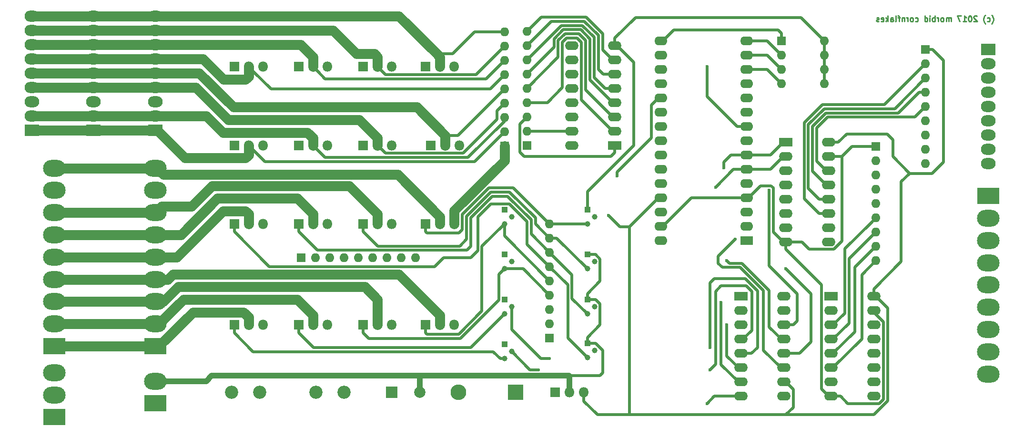
<source format=gbl>
G04 #@! TF.FileFunction,Copper,L2,Bot,Signal*
%FSLAX46Y46*%
G04 Gerber Fmt 4.6, Leading zero omitted, Abs format (unit mm)*
G04 Created by KiCad (PCBNEW 4.0.7) date Sun Dec 31 11:10:19 2017*
%MOMM*%
%LPD*%
G01*
G04 APERTURE LIST*
%ADD10C,0.100000*%
%ADD11C,0.250000*%
%ADD12R,1.800000X1.800000*%
%ADD13O,1.800000X1.800000*%
%ADD14R,1.600000X1.600000*%
%ADD15O,1.600000X1.600000*%
%ADD16R,2.400000X1.600000*%
%ADD17O,2.400000X1.600000*%
%ADD18C,1.000000*%
%ADD19R,1.000000X1.000000*%
%ADD20C,2.350000*%
%ADD21R,2.286000X1.574800*%
%ADD22O,2.286000X1.574800*%
%ADD23R,4.000000X3.000000*%
%ADD24O,4.000000X3.000000*%
%ADD25R,2.600000X2.000000*%
%ADD26O,2.600000X2.000000*%
%ADD27R,2.000000X2.000000*%
%ADD28C,2.000000*%
%ADD29R,2.800000X2.800000*%
%ADD30O,2.800000X2.800000*%
%ADD31C,0.600000*%
%ADD32C,1.750000*%
%ADD33C,0.500000*%
%ADD34C,1.000000*%
G04 APERTURE END LIST*
D10*
D11*
X208571430Y-56333333D02*
X208619050Y-56285714D01*
X208714288Y-56142857D01*
X208761907Y-56047619D01*
X208809526Y-55904762D01*
X208857145Y-55666667D01*
X208857145Y-55476190D01*
X208809526Y-55238095D01*
X208761907Y-55095238D01*
X208714288Y-55000000D01*
X208619050Y-54857143D01*
X208571430Y-54809524D01*
X207761906Y-55904762D02*
X207857144Y-55952381D01*
X208047621Y-55952381D01*
X208142859Y-55904762D01*
X208190478Y-55857143D01*
X208238097Y-55761905D01*
X208238097Y-55476190D01*
X208190478Y-55380952D01*
X208142859Y-55333333D01*
X208047621Y-55285714D01*
X207857144Y-55285714D01*
X207761906Y-55333333D01*
X207428573Y-56333333D02*
X207380954Y-56285714D01*
X207285716Y-56142857D01*
X207238097Y-56047619D01*
X207190478Y-55904762D01*
X207142859Y-55666667D01*
X207142859Y-55476190D01*
X207190478Y-55238095D01*
X207238097Y-55095238D01*
X207285716Y-55000000D01*
X207380954Y-54857143D01*
X207428573Y-54809524D01*
X205952382Y-55047619D02*
X205904763Y-55000000D01*
X205809525Y-54952381D01*
X205571429Y-54952381D01*
X205476191Y-55000000D01*
X205428572Y-55047619D01*
X205380953Y-55142857D01*
X205380953Y-55238095D01*
X205428572Y-55380952D01*
X206000001Y-55952381D01*
X205380953Y-55952381D01*
X204761906Y-54952381D02*
X204666667Y-54952381D01*
X204571429Y-55000000D01*
X204523810Y-55047619D01*
X204476191Y-55142857D01*
X204428572Y-55333333D01*
X204428572Y-55571429D01*
X204476191Y-55761905D01*
X204523810Y-55857143D01*
X204571429Y-55904762D01*
X204666667Y-55952381D01*
X204761906Y-55952381D01*
X204857144Y-55904762D01*
X204904763Y-55857143D01*
X204952382Y-55761905D01*
X205000001Y-55571429D01*
X205000001Y-55333333D01*
X204952382Y-55142857D01*
X204904763Y-55047619D01*
X204857144Y-55000000D01*
X204761906Y-54952381D01*
X203476191Y-55952381D02*
X204047620Y-55952381D01*
X203761906Y-55952381D02*
X203761906Y-54952381D01*
X203857144Y-55095238D01*
X203952382Y-55190476D01*
X204047620Y-55238095D01*
X203142858Y-54952381D02*
X202476191Y-54952381D01*
X202904763Y-55952381D01*
X201333334Y-55952381D02*
X201333334Y-55285714D01*
X201333334Y-55380952D02*
X201285715Y-55333333D01*
X201190477Y-55285714D01*
X201047619Y-55285714D01*
X200952381Y-55333333D01*
X200904762Y-55428571D01*
X200904762Y-55952381D01*
X200904762Y-55428571D02*
X200857143Y-55333333D01*
X200761905Y-55285714D01*
X200619048Y-55285714D01*
X200523810Y-55333333D01*
X200476191Y-55428571D01*
X200476191Y-55952381D01*
X199857144Y-55952381D02*
X199952382Y-55904762D01*
X200000001Y-55857143D01*
X200047620Y-55761905D01*
X200047620Y-55476190D01*
X200000001Y-55380952D01*
X199952382Y-55333333D01*
X199857144Y-55285714D01*
X199714286Y-55285714D01*
X199619048Y-55333333D01*
X199571429Y-55380952D01*
X199523810Y-55476190D01*
X199523810Y-55761905D01*
X199571429Y-55857143D01*
X199619048Y-55904762D01*
X199714286Y-55952381D01*
X199857144Y-55952381D01*
X199095239Y-55952381D02*
X199095239Y-55285714D01*
X199095239Y-55476190D02*
X199047620Y-55380952D01*
X199000001Y-55333333D01*
X198904763Y-55285714D01*
X198809524Y-55285714D01*
X198476191Y-55952381D02*
X198476191Y-54952381D01*
X198476191Y-55333333D02*
X198380953Y-55285714D01*
X198190476Y-55285714D01*
X198095238Y-55333333D01*
X198047619Y-55380952D01*
X198000000Y-55476190D01*
X198000000Y-55761905D01*
X198047619Y-55857143D01*
X198095238Y-55904762D01*
X198190476Y-55952381D01*
X198380953Y-55952381D01*
X198476191Y-55904762D01*
X197571429Y-55952381D02*
X197571429Y-55285714D01*
X197571429Y-54952381D02*
X197619048Y-55000000D01*
X197571429Y-55047619D01*
X197523810Y-55000000D01*
X197571429Y-54952381D01*
X197571429Y-55047619D01*
X196666667Y-55952381D02*
X196666667Y-54952381D01*
X196666667Y-55904762D02*
X196761905Y-55952381D01*
X196952382Y-55952381D01*
X197047620Y-55904762D01*
X197095239Y-55857143D01*
X197142858Y-55761905D01*
X197142858Y-55476190D01*
X197095239Y-55380952D01*
X197047620Y-55333333D01*
X196952382Y-55285714D01*
X196761905Y-55285714D01*
X196666667Y-55333333D01*
X195000000Y-55904762D02*
X195095238Y-55952381D01*
X195285715Y-55952381D01*
X195380953Y-55904762D01*
X195428572Y-55857143D01*
X195476191Y-55761905D01*
X195476191Y-55476190D01*
X195428572Y-55380952D01*
X195380953Y-55333333D01*
X195285715Y-55285714D01*
X195095238Y-55285714D01*
X195000000Y-55333333D01*
X194428572Y-55952381D02*
X194523810Y-55904762D01*
X194571429Y-55857143D01*
X194619048Y-55761905D01*
X194619048Y-55476190D01*
X194571429Y-55380952D01*
X194523810Y-55333333D01*
X194428572Y-55285714D01*
X194285714Y-55285714D01*
X194190476Y-55333333D01*
X194142857Y-55380952D01*
X194095238Y-55476190D01*
X194095238Y-55761905D01*
X194142857Y-55857143D01*
X194190476Y-55904762D01*
X194285714Y-55952381D01*
X194428572Y-55952381D01*
X193666667Y-55952381D02*
X193666667Y-55285714D01*
X193666667Y-55476190D02*
X193619048Y-55380952D01*
X193571429Y-55333333D01*
X193476191Y-55285714D01*
X193380952Y-55285714D01*
X193047619Y-55285714D02*
X193047619Y-55952381D01*
X193047619Y-55380952D02*
X193000000Y-55333333D01*
X192904762Y-55285714D01*
X192761904Y-55285714D01*
X192666666Y-55333333D01*
X192619047Y-55428571D01*
X192619047Y-55952381D01*
X192285714Y-55285714D02*
X191904762Y-55285714D01*
X192142857Y-55952381D02*
X192142857Y-55095238D01*
X192095238Y-55000000D01*
X192000000Y-54952381D01*
X191904762Y-54952381D01*
X191428571Y-55952381D02*
X191523809Y-55904762D01*
X191571428Y-55809524D01*
X191571428Y-54952381D01*
X190619046Y-55952381D02*
X190619046Y-55428571D01*
X190666665Y-55333333D01*
X190761903Y-55285714D01*
X190952380Y-55285714D01*
X191047618Y-55333333D01*
X190619046Y-55904762D02*
X190714284Y-55952381D01*
X190952380Y-55952381D01*
X191047618Y-55904762D01*
X191095237Y-55809524D01*
X191095237Y-55714286D01*
X191047618Y-55619048D01*
X190952380Y-55571429D01*
X190714284Y-55571429D01*
X190619046Y-55523810D01*
X190142856Y-55952381D02*
X190142856Y-54952381D01*
X190047618Y-55571429D02*
X189761903Y-55952381D01*
X189761903Y-55285714D02*
X190142856Y-55666667D01*
X188952379Y-55904762D02*
X189047617Y-55952381D01*
X189238094Y-55952381D01*
X189333332Y-55904762D01*
X189380951Y-55809524D01*
X189380951Y-55428571D01*
X189333332Y-55333333D01*
X189238094Y-55285714D01*
X189047617Y-55285714D01*
X188952379Y-55333333D01*
X188904760Y-55428571D01*
X188904760Y-55523810D01*
X189380951Y-55619048D01*
X188523808Y-55904762D02*
X188428570Y-55952381D01*
X188238094Y-55952381D01*
X188142855Y-55904762D01*
X188095236Y-55809524D01*
X188095236Y-55761905D01*
X188142855Y-55666667D01*
X188238094Y-55619048D01*
X188380951Y-55619048D01*
X188476189Y-55571429D01*
X188523808Y-55476190D01*
X188523808Y-55428571D01*
X188476189Y-55333333D01*
X188380951Y-55285714D01*
X188238094Y-55285714D01*
X188142855Y-55333333D01*
D12*
X131000000Y-122000000D03*
D13*
X133540000Y-122000000D03*
X136080000Y-122000000D03*
D14*
X188000000Y-78220000D03*
D15*
X188000000Y-80760000D03*
X188000000Y-83300000D03*
X188000000Y-85840000D03*
X188000000Y-88380000D03*
X188000000Y-90920000D03*
X188000000Y-93460000D03*
X188000000Y-96000000D03*
X188000000Y-98540000D03*
D16*
X180000000Y-104920000D03*
D17*
X187620000Y-122700000D03*
X180000000Y-107460000D03*
X187620000Y-120160000D03*
X180000000Y-110000000D03*
X187620000Y-117620000D03*
X180000000Y-112540000D03*
X187620000Y-115080000D03*
X180000000Y-115080000D03*
X187620000Y-112540000D03*
X180000000Y-117620000D03*
X187620000Y-110000000D03*
X180000000Y-120160000D03*
X187620000Y-107460000D03*
X180000000Y-122700000D03*
X187620000Y-104920000D03*
D18*
X123270000Y-114730000D03*
X122000000Y-116000000D03*
D19*
X122000000Y-113460000D03*
D18*
X123270000Y-98730000D03*
X122000000Y-100000000D03*
D19*
X122000000Y-97460000D03*
D14*
X130000000Y-112320000D03*
D15*
X130000000Y-109780000D03*
X130000000Y-107240000D03*
X130000000Y-104700000D03*
X130000000Y-102160000D03*
X130000000Y-99620000D03*
X130000000Y-97080000D03*
X130000000Y-94540000D03*
X130000000Y-92000000D03*
D18*
X123270000Y-106730000D03*
X122000000Y-108000000D03*
D19*
X122000000Y-105460000D03*
D12*
X74000000Y-110000000D03*
D13*
X76540000Y-110000000D03*
X79080000Y-110000000D03*
D14*
X122000000Y-78160000D03*
D15*
X122000000Y-75620000D03*
X122000000Y-73080000D03*
X122000000Y-70540000D03*
X122000000Y-68000000D03*
X122000000Y-65460000D03*
X122000000Y-62920000D03*
X122000000Y-60380000D03*
X122000000Y-57840000D03*
D20*
X78500000Y-122000000D03*
X73500000Y-122000000D03*
X88500000Y-122000000D03*
X93500000Y-122000000D03*
D18*
X123270000Y-90730000D03*
X122000000Y-92000000D03*
D19*
X122000000Y-89460000D03*
D12*
X85460000Y-110000000D03*
D13*
X88000000Y-110000000D03*
X90540000Y-110000000D03*
D12*
X96920000Y-110000000D03*
D13*
X99460000Y-110000000D03*
X102000000Y-110000000D03*
D12*
X108000000Y-110000000D03*
D13*
X110540000Y-110000000D03*
X113080000Y-110000000D03*
D12*
X74000000Y-92000000D03*
D13*
X76540000Y-92000000D03*
X79080000Y-92000000D03*
D12*
X108000000Y-92000000D03*
D13*
X110540000Y-92000000D03*
X113080000Y-92000000D03*
D12*
X96920000Y-92000000D03*
D13*
X99460000Y-92000000D03*
X102000000Y-92000000D03*
D12*
X85460000Y-92000000D03*
D13*
X88000000Y-92000000D03*
X90540000Y-92000000D03*
D18*
X138000000Y-114540000D03*
X136730000Y-115810000D03*
D19*
X136730000Y-113270000D03*
D18*
X138000000Y-106730000D03*
X136730000Y-108000000D03*
D19*
X136730000Y-105460000D03*
D18*
X138000000Y-98730000D03*
X136730000Y-100000000D03*
D19*
X136730000Y-97460000D03*
D18*
X138000000Y-90730000D03*
X136730000Y-92000000D03*
D19*
X136730000Y-89460000D03*
D12*
X74000000Y-78000000D03*
D13*
X76540000Y-78000000D03*
X79080000Y-78000000D03*
D12*
X85460000Y-78000000D03*
D13*
X88000000Y-78000000D03*
X90540000Y-78000000D03*
D12*
X96920000Y-78000000D03*
D13*
X99460000Y-78000000D03*
X102000000Y-78000000D03*
D12*
X108920000Y-78000000D03*
D13*
X111460000Y-78000000D03*
X114000000Y-78000000D03*
D12*
X74000000Y-64000000D03*
D13*
X76540000Y-64000000D03*
X79080000Y-64000000D03*
D12*
X85460000Y-64000000D03*
D13*
X88000000Y-64000000D03*
X90540000Y-64000000D03*
D12*
X96920000Y-64000000D03*
D13*
X99460000Y-64000000D03*
X102000000Y-64000000D03*
D12*
X108000000Y-64000000D03*
D13*
X110540000Y-64000000D03*
X113080000Y-64000000D03*
D14*
X196800000Y-60960000D03*
D15*
X196800000Y-63500000D03*
X196800000Y-66040000D03*
X196800000Y-68580000D03*
X196800000Y-71120000D03*
X196800000Y-73660000D03*
X196800000Y-76200000D03*
X196800000Y-78740000D03*
X196800000Y-81280000D03*
D14*
X85840000Y-98000000D03*
D15*
X88380000Y-98000000D03*
X90920000Y-98000000D03*
X93460000Y-98000000D03*
X96000000Y-98000000D03*
X98540000Y-98000000D03*
X101080000Y-98000000D03*
X103620000Y-98000000D03*
X106160000Y-98000000D03*
D14*
X126000000Y-78000000D03*
D15*
X126000000Y-75460000D03*
X126000000Y-72920000D03*
X126000000Y-70380000D03*
X126000000Y-67840000D03*
X126000000Y-65300000D03*
X126000000Y-62760000D03*
X126000000Y-60220000D03*
X126000000Y-57680000D03*
D16*
X172000000Y-77460000D03*
D17*
X179620000Y-95240000D03*
X172000000Y-80000000D03*
X179620000Y-92700000D03*
X172000000Y-82540000D03*
X179620000Y-90160000D03*
X172000000Y-85080000D03*
X179620000Y-87620000D03*
X172000000Y-87620000D03*
X179620000Y-85080000D03*
X172000000Y-90160000D03*
X179620000Y-82540000D03*
X172000000Y-92700000D03*
X179620000Y-80000000D03*
X172000000Y-95240000D03*
X179620000Y-77460000D03*
D21*
X165000000Y-95000000D03*
D22*
X165000000Y-92460000D03*
X165000000Y-89920000D03*
X165000000Y-87380000D03*
X165000000Y-84840000D03*
X165000000Y-82300000D03*
X165000000Y-79760000D03*
X165000000Y-77220000D03*
X165000000Y-74680000D03*
X165000000Y-72140000D03*
X165000000Y-69600000D03*
X165000000Y-67060000D03*
X165000000Y-64520000D03*
X165000000Y-61980000D03*
X165000000Y-59440000D03*
X149760000Y-59440000D03*
X149760000Y-61980000D03*
X149760000Y-64520000D03*
X149760000Y-67060000D03*
X149760000Y-69600000D03*
X149760000Y-72140000D03*
X149760000Y-74680000D03*
X149760000Y-77220000D03*
X149760000Y-79760000D03*
X149760000Y-82300000D03*
X149760000Y-84840000D03*
X149760000Y-87380000D03*
X149760000Y-89920000D03*
X149760000Y-92460000D03*
X149760000Y-95000000D03*
D16*
X164000000Y-104920000D03*
D17*
X171620000Y-122700000D03*
X164000000Y-107460000D03*
X171620000Y-120160000D03*
X164000000Y-110000000D03*
X171620000Y-117620000D03*
X164000000Y-112540000D03*
X171620000Y-115080000D03*
X164000000Y-115080000D03*
X171620000Y-112540000D03*
X164000000Y-117620000D03*
X171620000Y-110000000D03*
X164000000Y-120160000D03*
X171620000Y-107460000D03*
X164000000Y-122700000D03*
X171620000Y-104920000D03*
D16*
X141620000Y-78000000D03*
D17*
X134000000Y-60220000D03*
X141620000Y-75460000D03*
X134000000Y-62760000D03*
X141620000Y-72920000D03*
X134000000Y-65300000D03*
X141620000Y-70380000D03*
X134000000Y-67840000D03*
X141620000Y-67840000D03*
X134000000Y-70380000D03*
X141620000Y-65300000D03*
X134000000Y-72920000D03*
X141620000Y-62760000D03*
X134000000Y-75460000D03*
X141620000Y-60220000D03*
X134000000Y-78000000D03*
D23*
X207962400Y-87037600D03*
D24*
X207962400Y-91000000D03*
X207962400Y-94962400D03*
X207962400Y-98924800D03*
X207962400Y-102887200D03*
X207962400Y-106849600D03*
X207962400Y-110812000D03*
X207962400Y-114774400D03*
X207962400Y-118736800D03*
D25*
X208000000Y-60920000D03*
D26*
X208000000Y-63460000D03*
X208000000Y-66000000D03*
X208000000Y-68540000D03*
X208000000Y-71080000D03*
X208000000Y-73620000D03*
X208000000Y-76160000D03*
X208000000Y-78700000D03*
X208000000Y-81240000D03*
D23*
X60000000Y-123962400D03*
D24*
X60000000Y-120000000D03*
D23*
X60000000Y-113775000D03*
D24*
X60000000Y-109812600D03*
X60000000Y-105850200D03*
X60000000Y-101887800D03*
X60000000Y-97925400D03*
X60000000Y-93963000D03*
X60000000Y-90000600D03*
X60000000Y-86038200D03*
X60000000Y-82075800D03*
D25*
X60000000Y-75325000D03*
D26*
X60000000Y-72785000D03*
X60000000Y-70245000D03*
X60000000Y-67705000D03*
X60000000Y-65165000D03*
X60000000Y-62625000D03*
X60000000Y-60085000D03*
X60000000Y-57545000D03*
X60000000Y-55005000D03*
D14*
X171200000Y-59380000D03*
D15*
X178820000Y-67000000D03*
X171200000Y-61920000D03*
X178820000Y-64460000D03*
X171200000Y-64460000D03*
X178820000Y-61920000D03*
X171200000Y-67000000D03*
X178820000Y-59380000D03*
D27*
X102000000Y-122000000D03*
D28*
X107000000Y-122000000D03*
D29*
X124000000Y-122000000D03*
D30*
X113840000Y-122000000D03*
D25*
X49000000Y-75320000D03*
D26*
X49000000Y-72780000D03*
X49000000Y-70240000D03*
X49000000Y-67700000D03*
X49000000Y-65160000D03*
X49000000Y-62620000D03*
X49000000Y-60080000D03*
X49000000Y-57540000D03*
X49000000Y-55000000D03*
D23*
X42000000Y-113779200D03*
D24*
X42000000Y-109816800D03*
X42000000Y-105854400D03*
X42000000Y-101892000D03*
X42000000Y-97929600D03*
X42000000Y-93967200D03*
X42000000Y-90004800D03*
X42000000Y-86042400D03*
X42000000Y-82080000D03*
D25*
X38000000Y-75320000D03*
D26*
X38000000Y-72780000D03*
X38000000Y-70240000D03*
X38000000Y-67700000D03*
X38000000Y-65160000D03*
X38000000Y-62620000D03*
X38000000Y-60080000D03*
X38000000Y-57540000D03*
X38000000Y-55000000D03*
D23*
X42000000Y-126424800D03*
D24*
X42000000Y-122462400D03*
X42000000Y-118500000D03*
D31*
X158000000Y-124000000D03*
X140500000Y-90500000D03*
X128000000Y-118000000D03*
X130000000Y-116000000D03*
X158500000Y-118000000D03*
X158500000Y-114000000D03*
X161500000Y-110000000D03*
X160500000Y-106000000D03*
X161000000Y-82000000D03*
X159500000Y-85500000D03*
X169000000Y-86000000D03*
X163025485Y-94724515D03*
X158000000Y-64000000D03*
X172000000Y-100000000D03*
X142000000Y-83500000D03*
X161500000Y-98500000D03*
D32*
X122000000Y-78160000D02*
X122000000Y-80710000D01*
X122000000Y-80710000D02*
X113080000Y-89630000D01*
X113080000Y-89630000D02*
X113080000Y-90727208D01*
X113080000Y-90727208D02*
X113080000Y-92000000D01*
D33*
X164000000Y-122700000D02*
X159300000Y-122700000D01*
X159300000Y-122700000D02*
X158000000Y-124000000D01*
X138949999Y-119050001D02*
X133500000Y-119050001D01*
X139500000Y-114559998D02*
X139500000Y-118500000D01*
X139500000Y-118500000D02*
X138949999Y-119050001D01*
D34*
X107000000Y-119050001D02*
X133500000Y-119050001D01*
X133540000Y-119090001D02*
X133500000Y-119050001D01*
X133540000Y-122000000D02*
X133540000Y-119090001D01*
X69949999Y-119050001D02*
X107000000Y-119050001D01*
X107000000Y-122000000D02*
X107000000Y-119050001D01*
X69000000Y-120000000D02*
X69949999Y-119050001D01*
X60000000Y-120000000D02*
X69000000Y-120000000D01*
D33*
X141620000Y-60220000D02*
X141620000Y-58920000D01*
X141620000Y-58920000D02*
X145290000Y-55250000D01*
X145290000Y-55250000D02*
X174690000Y-55250000D01*
X174690000Y-55250000D02*
X178820000Y-59380000D01*
X141620000Y-60220000D02*
X142020000Y-60220000D01*
X142020000Y-60220000D02*
X145000000Y-63200000D01*
X145000000Y-63200000D02*
X145000000Y-78000000D01*
X145000000Y-78000000D02*
X136730000Y-86270000D01*
X136730000Y-86270000D02*
X136730000Y-89460000D01*
X188558481Y-124000010D02*
X189320010Y-123238481D01*
X189320010Y-123238481D02*
X189320010Y-109461519D01*
X136730000Y-113270000D02*
X138210002Y-113270000D01*
X138210002Y-113270000D02*
X139500000Y-114559998D01*
X178870000Y-59400000D02*
X178870000Y-61940000D01*
X178870000Y-61940000D02*
X178870000Y-64480000D01*
X178870000Y-67020000D02*
X178870000Y-64480000D01*
X172000000Y-95240000D02*
X171600000Y-95240000D01*
X171600000Y-95240000D02*
X169800001Y-93440001D01*
X169800001Y-93440001D02*
X169800001Y-85615999D01*
X169800001Y-85615999D02*
X169384001Y-85199999D01*
X169384001Y-85199999D02*
X167535601Y-85199999D01*
X167535601Y-85199999D02*
X165355600Y-87380000D01*
X165355600Y-87380000D02*
X165000000Y-87380000D01*
X136730000Y-97460000D02*
X138210002Y-97460000D01*
X138210002Y-97460000D02*
X139000001Y-98249999D01*
X139000001Y-98249999D02*
X139000001Y-102189999D01*
X139000001Y-102189999D02*
X136730000Y-104460000D01*
X136730000Y-104460000D02*
X136730000Y-105460000D01*
X136730000Y-113270000D02*
X136730000Y-112270000D01*
X137730000Y-105460000D02*
X136730000Y-105460000D01*
X136730000Y-112270000D02*
X139000001Y-109999999D01*
X139000001Y-109999999D02*
X139000001Y-106249999D01*
X139000001Y-106249999D02*
X138210002Y-105460000D01*
X138210002Y-105460000D02*
X137730000Y-105460000D01*
X136730000Y-89460000D02*
X136730000Y-88460000D01*
X187620000Y-107460000D02*
X187620000Y-107761509D01*
X187620000Y-107761509D02*
X189320010Y-109461519D01*
X188558481Y-124000010D02*
X183000010Y-124000010D01*
X183000010Y-124000010D02*
X181700000Y-122700000D01*
X181700000Y-122700000D02*
X180000000Y-122700000D01*
X172000000Y-95240000D02*
X172000000Y-96540000D01*
X178299990Y-102839990D02*
X178299990Y-121399990D01*
X172000000Y-96540000D02*
X178299990Y-102839990D01*
X178299990Y-121399990D02*
X179600000Y-122700000D01*
X179600000Y-122700000D02*
X180000000Y-122700000D01*
X172000000Y-95240000D02*
X174841509Y-95240000D01*
X174841509Y-95240000D02*
X176141519Y-96540010D01*
X176141519Y-96540010D02*
X180558481Y-96540010D01*
X180558481Y-96540010D02*
X182000000Y-95098491D01*
X182000000Y-95098491D02*
X182000000Y-80000000D01*
X182000000Y-80000000D02*
X183780000Y-78220000D01*
X183780000Y-78220000D02*
X188000000Y-78220000D01*
X179620000Y-80000000D02*
X182000000Y-80000000D01*
X164000000Y-122700000D02*
X163600000Y-122700000D01*
X149760000Y-92460000D02*
X150115600Y-92460000D01*
X150115600Y-92460000D02*
X155195600Y-87380000D01*
X155195600Y-87380000D02*
X165000000Y-87380000D01*
D32*
X60000000Y-120000000D02*
X60500000Y-120000000D01*
D33*
X140500000Y-90500000D02*
X142534400Y-92534400D01*
X142534400Y-92534400D02*
X144250000Y-92534400D01*
X136080000Y-123580000D02*
X138500000Y-126000000D01*
X138500000Y-126000000D02*
X144250000Y-126000000D01*
X136080000Y-122000000D02*
X136080000Y-123580000D01*
X192500000Y-98740000D02*
X192500000Y-84500000D01*
X192500000Y-84500000D02*
X194000000Y-83000000D01*
X187620000Y-104920000D02*
X187620000Y-103620000D01*
X187620000Y-103620000D02*
X192500000Y-98740000D01*
X188020000Y-104920000D02*
X190000000Y-106900000D01*
X190000000Y-106900000D02*
X190070020Y-106970020D01*
X190070019Y-123549146D02*
X190070019Y-106970019D01*
X190070019Y-106970019D02*
X190000000Y-106900000D01*
X196800000Y-60960000D02*
X198100000Y-60960000D01*
X181320000Y-77460000D02*
X179620000Y-77460000D01*
X198100000Y-60960000D02*
X200000000Y-62860000D01*
X200000000Y-62860000D02*
X200000000Y-81000000D01*
X191000000Y-77000000D02*
X190000000Y-76000000D01*
X200000000Y-81000000D02*
X198000000Y-83000000D01*
X198000000Y-83000000D02*
X194000000Y-83000000D01*
X194000000Y-83000000D02*
X191000000Y-80000000D01*
X191000000Y-80000000D02*
X191000000Y-77000000D01*
X190000000Y-76000000D02*
X182780000Y-76000000D01*
X182780000Y-76000000D02*
X181320000Y-77460000D01*
X144250000Y-126000000D02*
X171000000Y-126000000D01*
X187619165Y-126000000D02*
X171000000Y-126000000D01*
X171000000Y-126000000D02*
X172000000Y-126000000D01*
X187620000Y-104920000D02*
X188020000Y-104920000D01*
X190070019Y-123549146D02*
X187619165Y-126000000D01*
X179620000Y-77460000D02*
X180020000Y-77460000D01*
X149760000Y-87380000D02*
X149404400Y-87380000D01*
X149404400Y-87380000D02*
X144250000Y-92534400D01*
X144250000Y-92534400D02*
X144250000Y-126000000D01*
X172000000Y-126000000D02*
X173320010Y-124679990D01*
X173320010Y-124679990D02*
X173320010Y-121460010D01*
X173320010Y-121460010D02*
X172020000Y-120160000D01*
X172020000Y-120160000D02*
X171620000Y-120160000D01*
X178500000Y-70750000D02*
X175249971Y-74000029D01*
X175249971Y-74000029D02*
X175249971Y-87489971D01*
X175249971Y-87489971D02*
X177920000Y-90160000D01*
X196800000Y-63500000D02*
X189550000Y-70750000D01*
X189550000Y-70750000D02*
X178500000Y-70750000D01*
X177920000Y-90160000D02*
X179620000Y-90160000D01*
X178810664Y-71500010D02*
X175999981Y-74310693D01*
X175999981Y-74310693D02*
X175999981Y-85699981D01*
X175999981Y-85699981D02*
X177920000Y-87620000D01*
X196800000Y-66040000D02*
X191339990Y-71500010D01*
X191339990Y-71500010D02*
X178810664Y-71500010D01*
X177920000Y-87620000D02*
X179620000Y-87620000D01*
X179121328Y-72250020D02*
X176749991Y-74621357D01*
X176749991Y-74621357D02*
X176749991Y-82609991D01*
X176749991Y-82609991D02*
X179220000Y-85080000D01*
X179220000Y-85080000D02*
X179620000Y-85080000D01*
X196800000Y-68580000D02*
X195668630Y-68580000D01*
X195668630Y-68580000D02*
X191998611Y-72250019D01*
X191998611Y-72250019D02*
X179121328Y-72250020D01*
X179431994Y-73000028D02*
X177500000Y-74932022D01*
X177500000Y-74932022D02*
X177500000Y-80820000D01*
X179220000Y-82540000D02*
X179620000Y-82540000D01*
X177500000Y-80820000D02*
X179220000Y-82540000D01*
X179431994Y-73000028D02*
X182000000Y-73000028D01*
X182000000Y-73000028D02*
X182371320Y-73000028D01*
X196800000Y-71120000D02*
X194919972Y-73000028D01*
X194919972Y-73000028D02*
X182000000Y-73000028D01*
D32*
X42000000Y-113779200D02*
X59995800Y-113779200D01*
X59995800Y-113779200D02*
X60000000Y-113775000D01*
X60000000Y-113774400D02*
X60603478Y-113774400D01*
X66652879Y-107724999D02*
X75621999Y-107724999D01*
X60603478Y-113774400D02*
X66652879Y-107724999D01*
X76540000Y-108727208D02*
X76540000Y-110000000D01*
X75621999Y-107724999D02*
X76540000Y-108643000D01*
X76540000Y-108643000D02*
X76540000Y-108727208D01*
X60000000Y-109812600D02*
X42004200Y-109812600D01*
X42004200Y-109812600D02*
X42000000Y-109816800D01*
X60000000Y-109812000D02*
X60603478Y-109812000D01*
X60603478Y-109812000D02*
X64940489Y-105474989D01*
X64940489Y-105474989D02*
X85209991Y-105474989D01*
X85209991Y-105474989D02*
X88000000Y-108264998D01*
X88000000Y-108727208D02*
X88000000Y-110000000D01*
X88000000Y-108264998D02*
X88000000Y-108727208D01*
X42000000Y-105854400D02*
X59995800Y-105854400D01*
X59995800Y-105854400D02*
X60000000Y-105850200D01*
X60000000Y-105849600D02*
X61383884Y-105849600D01*
X61383884Y-105849600D02*
X64008505Y-103224979D01*
X64008505Y-103224979D02*
X97224979Y-103224979D01*
X97224979Y-103224979D02*
X99460000Y-105460000D01*
X99460000Y-105460000D02*
X99460000Y-108727208D01*
X99460000Y-108727208D02*
X99460000Y-110000000D01*
X60000000Y-101887800D02*
X42004200Y-101887800D01*
X42004200Y-101887800D02*
X42000000Y-101892000D01*
X60000000Y-101887200D02*
X62164290Y-101887200D01*
X110540000Y-108264998D02*
X110540000Y-108727208D01*
X110540000Y-108727208D02*
X110540000Y-110000000D01*
X62164290Y-101887200D02*
X63076521Y-100974969D01*
X63076521Y-100974969D02*
X103249971Y-100974969D01*
X103249971Y-100974969D02*
X110540000Y-108264998D01*
X42000000Y-97929600D02*
X59995800Y-97929600D01*
X59995800Y-97929600D02*
X60000000Y-97925400D01*
X60000000Y-97924800D02*
X63750000Y-97924800D01*
X63750000Y-97924800D02*
X71949801Y-89724999D01*
X71949801Y-89724999D02*
X76000001Y-89724999D01*
X76000001Y-89724999D02*
X76540000Y-90264998D01*
X76540000Y-90264998D02*
X76540000Y-90727208D01*
X76540000Y-90727208D02*
X76540000Y-92000000D01*
X60000000Y-93963000D02*
X42004200Y-93963000D01*
X42004200Y-93963000D02*
X42000000Y-93967200D01*
X88000000Y-90727208D02*
X88000000Y-92000000D01*
X60000000Y-93962400D02*
X64530406Y-93962400D01*
X64530406Y-93962400D02*
X71017817Y-87474989D01*
X71017817Y-87474989D02*
X85209991Y-87474989D01*
X85209991Y-87474989D02*
X88000000Y-90264998D01*
X88000000Y-90264998D02*
X88000000Y-90727208D01*
X42000000Y-90004800D02*
X59995800Y-90004800D01*
X59995800Y-90004800D02*
X60000000Y-90000600D01*
X60000000Y-90000000D02*
X61087390Y-88912610D01*
X61087390Y-88912610D02*
X66398202Y-88912610D01*
X99460000Y-90727208D02*
X99460000Y-92000000D01*
X66398202Y-88912610D02*
X70085833Y-85224979D01*
X70085833Y-85224979D02*
X94419981Y-85224979D01*
X94419981Y-85224979D02*
X99460000Y-90264998D01*
X99460000Y-90264998D02*
X99460000Y-90727208D01*
X60000000Y-82075800D02*
X42004200Y-82075800D01*
X42004200Y-82075800D02*
X42000000Y-82080000D01*
X60000000Y-82075200D02*
X60249924Y-82075200D01*
X61399693Y-83224969D02*
X103049971Y-83224969D01*
X60249924Y-82075200D02*
X61399693Y-83224969D01*
X103049971Y-83224969D02*
X110540000Y-90714998D01*
X110540000Y-90714998D02*
X110540000Y-90727208D01*
X110540000Y-90727208D02*
X110540000Y-92000000D01*
X65255001Y-80275001D02*
X61500000Y-76520000D01*
X61500000Y-76520000D02*
X60300000Y-75320000D01*
X60000000Y-75325000D02*
X60305000Y-75325000D01*
X60305000Y-75325000D02*
X61500000Y-76520000D01*
X38000000Y-75320000D02*
X59995000Y-75320000D01*
X59995000Y-75320000D02*
X60000000Y-75325000D01*
D33*
X76540000Y-78000000D02*
X79440021Y-80900021D01*
X79440021Y-80900021D02*
X116719979Y-80900021D01*
X116719979Y-80900021D02*
X122000000Y-75620000D01*
D32*
X76540000Y-78000000D02*
X76540000Y-79735002D01*
X76540000Y-79735002D02*
X76000001Y-80275001D01*
X76000001Y-80275001D02*
X65255001Y-80275001D01*
X60300000Y-75320000D02*
X60000000Y-75320000D01*
X60000000Y-72785000D02*
X38005000Y-72785000D01*
X38005000Y-72785000D02*
X38000000Y-72780000D01*
D33*
X122000000Y-73080000D02*
X122000000Y-73695998D01*
X122000000Y-73695998D02*
X115545987Y-80150011D01*
X115545987Y-80150011D02*
X90150011Y-80150011D01*
X90150011Y-80150011D02*
X88000000Y-78000000D01*
D32*
X88000000Y-78000000D02*
X88000000Y-76727208D01*
X88000000Y-76727208D02*
X86997791Y-75724999D01*
X86997791Y-75724999D02*
X71999999Y-75724999D01*
X71999999Y-75724999D02*
X69055000Y-72780000D01*
X69055000Y-72780000D02*
X60000000Y-72780000D01*
X38000000Y-67700000D02*
X59995000Y-67700000D01*
X59995000Y-67700000D02*
X60000000Y-67705000D01*
D33*
X122000000Y-70540000D02*
X120699999Y-71840001D01*
X120699999Y-71840001D02*
X120699999Y-73372003D01*
X120699999Y-73372003D02*
X114672001Y-79400001D01*
X114672001Y-79400001D02*
X100860001Y-79400001D01*
X100860001Y-79400001D02*
X100359999Y-78899999D01*
X100359999Y-78899999D02*
X99460000Y-78000000D01*
D32*
X99460000Y-78000000D02*
X99460000Y-76727208D01*
X67156994Y-67700000D02*
X63050000Y-67700000D01*
X99460000Y-76727208D02*
X96207781Y-73474989D01*
X96207781Y-73474989D02*
X72931983Y-73474989D01*
X72931983Y-73474989D02*
X67156994Y-67700000D01*
X63050000Y-67700000D02*
X60000000Y-67700000D01*
X60000000Y-65165000D02*
X38005000Y-65165000D01*
X38005000Y-65165000D02*
X38000000Y-65160000D01*
D33*
X122000000Y-68000000D02*
X113735002Y-76264998D01*
X113735002Y-76264998D02*
X111460000Y-76264998D01*
D32*
X73863967Y-71224979D02*
X67798988Y-65160000D01*
X67798988Y-65160000D02*
X60000000Y-65160000D01*
X106419981Y-71224979D02*
X73863967Y-71224979D01*
X111460000Y-78000000D02*
X111460000Y-76264998D01*
X111460000Y-76264998D02*
X106419981Y-71224979D01*
X49000000Y-62620000D02*
X59995000Y-62620000D01*
X59995000Y-62620000D02*
X60000000Y-62625000D01*
X38000000Y-62620000D02*
X49000000Y-62620000D01*
D33*
X122000000Y-65460000D02*
X119460000Y-68000000D01*
X119460000Y-68000000D02*
X80540000Y-68000000D01*
X80540000Y-68000000D02*
X77439999Y-64899999D01*
X77439999Y-64899999D02*
X76540000Y-64000000D01*
D32*
X68440982Y-62620000D02*
X72095983Y-66275001D01*
X72095983Y-66275001D02*
X71820982Y-66000000D01*
X76540000Y-64000000D02*
X76540000Y-65735002D01*
X76540000Y-65735002D02*
X76000001Y-66275001D01*
X76000001Y-66275001D02*
X72095983Y-66275001D01*
X60000000Y-62620000D02*
X68440982Y-62620000D01*
X49000000Y-60080000D02*
X38000000Y-60080000D01*
X60000000Y-60085000D02*
X49005000Y-60085000D01*
X49005000Y-60085000D02*
X49000000Y-60080000D01*
D33*
X88899999Y-64899999D02*
X88000000Y-64000000D01*
X122000000Y-62920000D02*
X118769989Y-66150011D01*
X118769989Y-66150011D02*
X90150011Y-66150011D01*
X90150011Y-66150011D02*
X88899999Y-64899999D01*
D32*
X88000000Y-64000000D02*
X88000000Y-62264998D01*
X88000000Y-62264998D02*
X85815002Y-60080000D01*
X85815002Y-60080000D02*
X63050000Y-60080000D01*
X63050000Y-60080000D02*
X60000000Y-60080000D01*
X49000000Y-57540000D02*
X59995000Y-57540000D01*
X59995000Y-57540000D02*
X60000000Y-57545000D01*
X38000000Y-57540000D02*
X49000000Y-57540000D01*
D33*
X122000000Y-60380000D02*
X116979999Y-65400001D01*
X116979999Y-65400001D02*
X100860001Y-65400001D01*
X100860001Y-65400001D02*
X100359999Y-64899999D01*
X100359999Y-64899999D02*
X99460000Y-64000000D01*
D32*
X60000000Y-57540000D02*
X91540000Y-57540000D01*
X91540000Y-57540000D02*
X95724999Y-61724999D01*
X95724999Y-61724999D02*
X98920001Y-61724999D01*
X98920001Y-61724999D02*
X99460000Y-62264998D01*
X99460000Y-62264998D02*
X99460000Y-64000000D01*
X49000000Y-55000000D02*
X38000000Y-55000000D01*
X60000000Y-55005000D02*
X49005000Y-55005000D01*
X49005000Y-55005000D02*
X49000000Y-55000000D01*
X103275002Y-55000000D02*
X110000000Y-61724998D01*
D33*
X122000000Y-57840000D02*
X116700000Y-57840000D01*
X116700000Y-57840000D02*
X112815002Y-61724998D01*
D32*
X110000000Y-61724998D02*
X110540000Y-62264998D01*
D33*
X112815002Y-61724998D02*
X110000000Y-61724998D01*
D32*
X110540000Y-62264998D02*
X110540000Y-64000000D01*
X60000000Y-55000000D02*
X103275002Y-55000000D01*
D33*
X128000000Y-118000000D02*
X126540000Y-118000000D01*
X126540000Y-118000000D02*
X123270000Y-114730000D01*
X122000000Y-116000000D02*
X121229980Y-116000000D01*
X121229980Y-116000000D02*
X119979990Y-114750010D01*
X74000000Y-110000000D02*
X74000000Y-111400000D01*
X74000000Y-111400000D02*
X77350010Y-114750010D01*
X77350010Y-114750010D02*
X119979990Y-114750010D01*
X130000000Y-116000000D02*
X128500000Y-116000000D01*
X128500000Y-116000000D02*
X123270000Y-110770000D01*
X123270000Y-110770000D02*
X123270000Y-107437106D01*
X123270000Y-107437106D02*
X123270000Y-106730000D01*
X122000000Y-108000000D02*
X116000000Y-114000000D01*
X85460000Y-110000000D02*
X85460000Y-111400000D01*
X85460000Y-111400000D02*
X88060000Y-114000000D01*
X88060000Y-114000000D02*
X116000000Y-114000000D01*
X125300000Y-100000000D02*
X122000000Y-100000000D01*
X130000000Y-104700000D02*
X125300000Y-100000000D01*
X122000000Y-100000000D02*
X120999999Y-101000001D01*
X114182665Y-112400011D02*
X97920011Y-112400011D01*
X120999999Y-101000001D02*
X120999999Y-105582677D01*
X120999999Y-105582677D02*
X114182665Y-112400011D01*
X97920011Y-112400011D02*
X96920000Y-111400000D01*
X96920000Y-111400000D02*
X96920000Y-110000000D01*
X130000000Y-102160000D02*
X122000000Y-94160000D01*
X122000000Y-94160000D02*
X122000000Y-92000000D01*
X122000000Y-92000000D02*
X118000000Y-96000000D01*
X118000000Y-96000000D02*
X118000000Y-107522002D01*
X118000000Y-107522002D02*
X113872001Y-111650001D01*
X108000000Y-111400000D02*
X108000000Y-110000000D01*
X108250001Y-111650001D02*
X108000000Y-111400000D01*
X113872001Y-111650001D02*
X108250001Y-111650001D01*
X130000000Y-99620000D02*
X133249990Y-102869990D01*
X133249990Y-102869990D02*
X133249990Y-112329990D01*
X133249990Y-112329990D02*
X136230001Y-115310001D01*
X136230001Y-115310001D02*
X136730000Y-115810000D01*
X126000000Y-91559998D02*
X126000000Y-95620000D01*
X126000000Y-95620000D02*
X130000000Y-99620000D01*
X116000000Y-98000000D02*
X117249990Y-96750010D01*
X117249990Y-96750010D02*
X117249990Y-90750010D01*
X117249990Y-90750010D02*
X119540001Y-88459999D01*
X119540001Y-88459999D02*
X122900001Y-88459999D01*
X122900001Y-88459999D02*
X126000000Y-91559998D01*
X74000000Y-92000000D02*
X74000000Y-93400000D01*
X74000000Y-93400000D02*
X80199959Y-99599959D01*
X80199959Y-99599959D02*
X109599959Y-99599959D01*
X109599959Y-99599959D02*
X111199918Y-98000000D01*
X111199918Y-98000000D02*
X116000000Y-98000000D01*
X134000000Y-101080000D02*
X134000000Y-105270000D01*
X134000000Y-105270000D02*
X136730000Y-108000000D01*
X130000000Y-97080000D02*
X134000000Y-101080000D01*
X116000000Y-90939326D02*
X116000000Y-96000000D01*
X116000000Y-96000000D02*
X115300002Y-96699998D01*
X130000000Y-97080000D02*
X126750010Y-93830010D01*
X126750010Y-93830010D02*
X126750009Y-91249333D01*
X126750009Y-91249333D02*
X122569546Y-87068870D01*
X122569546Y-87068870D02*
X119870456Y-87068870D01*
X119870456Y-87068870D02*
X116000000Y-90939326D01*
X114699999Y-96699999D02*
X114000000Y-96699999D01*
X114000000Y-96699999D02*
X88759999Y-96699999D01*
X115300002Y-96699998D02*
X114000001Y-96699998D01*
X114000001Y-96699998D02*
X114000000Y-96699999D01*
X85460000Y-93400000D02*
X85460000Y-92000000D01*
X88759999Y-96699999D02*
X85460000Y-93400000D01*
X136730000Y-100000000D02*
X131270000Y-94540000D01*
X131270000Y-94540000D02*
X130000000Y-94540000D01*
X130000000Y-94540000D02*
X127500018Y-92040018D01*
X99469989Y-95949989D02*
X96920000Y-93400000D01*
X127500018Y-92040018D02*
X127500018Y-90938668D01*
X115249990Y-94750010D02*
X114050012Y-95949988D01*
X127500018Y-90938668D02*
X122880210Y-86318860D01*
X122880210Y-86318860D02*
X119559791Y-86318861D01*
X96920000Y-93400000D02*
X96920000Y-92000000D01*
X119559791Y-86318861D02*
X115249990Y-90628662D01*
X115249990Y-90628662D02*
X115249990Y-94750010D01*
X114050012Y-95949988D02*
X99469989Y-95949989D01*
X136730000Y-92000000D02*
X130000000Y-92000000D01*
X130000000Y-92000000D02*
X123568851Y-85568851D01*
X123568851Y-85568851D02*
X119249126Y-85568852D01*
X119249126Y-85568852D02*
X114480001Y-90337977D01*
X114480001Y-90337977D02*
X114480001Y-93042001D01*
X114480001Y-93042001D02*
X113872001Y-93650001D01*
X108000000Y-92000000D02*
X108000000Y-93400000D01*
X108000000Y-93400000D02*
X108250001Y-93650001D01*
X108250001Y-93650001D02*
X113872001Y-93650001D01*
X134000000Y-75460000D02*
X132300000Y-75460000D01*
X132300000Y-75460000D02*
X126000000Y-75460000D01*
X141620000Y-78000000D02*
X141620000Y-79300000D01*
X141620000Y-79300000D02*
X140920000Y-80000000D01*
X140920000Y-80000000D02*
X125499998Y-80000000D01*
X125499998Y-80000000D02*
X124699999Y-79200001D01*
X124699999Y-79200001D02*
X124699999Y-74220001D01*
X124699999Y-74220001D02*
X126000000Y-72920000D01*
X141620000Y-75460000D02*
X141220000Y-75460000D01*
X141220000Y-75460000D02*
X135700010Y-69940010D01*
X132299990Y-59681519D02*
X132299990Y-67700010D01*
X135700010Y-69940010D02*
X135700010Y-59681519D01*
X132299990Y-67700010D02*
X129620000Y-70380000D01*
X135700010Y-59681519D02*
X134938481Y-58919990D01*
X134938481Y-58919990D02*
X133061519Y-58919990D01*
X133061519Y-58919990D02*
X132299990Y-59681519D01*
X129620000Y-70380000D02*
X126000000Y-70380000D01*
X126000000Y-67840000D02*
X131549980Y-62290020D01*
X131549980Y-62290020D02*
X131549981Y-59370854D01*
X131549981Y-59370854D02*
X132750855Y-58169980D01*
X132750855Y-58169980D02*
X135249146Y-58169981D01*
X135249146Y-58169981D02*
X136450020Y-59370855D01*
X141220000Y-72920000D02*
X141620000Y-72920000D01*
X136450020Y-59370855D02*
X136450020Y-68150020D01*
X136450020Y-68150020D02*
X141220000Y-72920000D01*
X126000000Y-65300000D02*
X130799972Y-60500028D01*
X130799972Y-59060189D02*
X132440192Y-57419971D01*
X130799972Y-60500028D02*
X130799972Y-59060189D01*
X132440192Y-57419971D02*
X135559811Y-57419972D01*
X135559811Y-57419972D02*
X137200030Y-59060191D01*
X137200030Y-59060191D02*
X137200030Y-66360030D01*
X137200030Y-66360030D02*
X141220000Y-70380000D01*
X141220000Y-70380000D02*
X141620000Y-70380000D01*
X137950040Y-65930000D02*
X139860040Y-67840000D01*
X139860040Y-67840000D02*
X141620000Y-67840000D01*
X126000000Y-62760000D02*
X132090038Y-56669962D01*
X132090038Y-56669962D02*
X135870476Y-56669963D01*
X135870476Y-56669963D02*
X137950040Y-58749527D01*
X137950040Y-58749527D02*
X137950040Y-65930000D01*
X138700050Y-64460000D02*
X139540050Y-65300000D01*
X139540050Y-65300000D02*
X141620000Y-65300000D01*
X138700050Y-58438863D02*
X138700050Y-64460000D01*
X126000000Y-60220000D02*
X130300048Y-55919953D01*
X130300048Y-55919953D02*
X136181141Y-55919954D01*
X136181141Y-55919954D02*
X138700050Y-58438863D01*
X139450060Y-58128199D02*
X139450060Y-60990060D01*
X139450060Y-60990060D02*
X141220000Y-62760000D01*
X141220000Y-62760000D02*
X141620000Y-62760000D01*
X126000000Y-57680000D02*
X128510056Y-55169944D01*
X128510056Y-55169944D02*
X136491806Y-55169945D01*
X136491806Y-55169945D02*
X139450060Y-58128199D01*
X180000000Y-110000000D02*
X180400000Y-110000000D01*
X180400000Y-110000000D02*
X182499990Y-107900010D01*
X182499990Y-107900010D02*
X182499990Y-96420010D01*
X182499990Y-96420010D02*
X187200001Y-91719999D01*
X187200001Y-91719999D02*
X188000000Y-90920000D01*
X183250000Y-98210000D02*
X183250000Y-109690000D01*
X183250000Y-109690000D02*
X180400000Y-112540000D01*
X180400000Y-112540000D02*
X180000000Y-112540000D01*
X188000000Y-93460000D02*
X183250000Y-98210000D01*
X184250000Y-111230000D02*
X184250000Y-99750000D01*
X184250000Y-99750000D02*
X188000000Y-96000000D01*
X180000000Y-115080000D02*
X180400000Y-115080000D01*
X180400000Y-115080000D02*
X184250000Y-111230000D01*
X185500000Y-101040000D02*
X185500000Y-112520000D01*
X185500000Y-112520000D02*
X180400000Y-117620000D01*
X180400000Y-117620000D02*
X180000000Y-117620000D01*
X188000000Y-98540000D02*
X185500000Y-101040000D01*
X166000000Y-105539996D02*
X165980002Y-105519998D01*
X164000000Y-112540000D02*
X164400000Y-112540000D01*
X166000000Y-110940000D02*
X166000000Y-105539996D01*
X164400000Y-112540000D02*
X166000000Y-110940000D01*
X165980002Y-104000000D02*
X164980002Y-103000000D01*
X160500000Y-103000000D02*
X159500000Y-104000000D01*
X165980002Y-105519998D02*
X165980002Y-104000000D01*
X164980002Y-103000000D02*
X160500000Y-103000000D01*
X159500000Y-104000000D02*
X159500000Y-117000000D01*
X159500000Y-117000000D02*
X158500000Y-118000000D01*
X163500000Y-101750000D02*
X159250000Y-101750000D01*
X164790676Y-101750000D02*
X163500000Y-101750000D01*
X164000000Y-115080000D02*
X165920000Y-115080000D01*
X165920000Y-115080000D02*
X167000000Y-114000000D01*
X167000000Y-114000000D02*
X167000000Y-103959324D01*
X167000000Y-103959324D02*
X164790676Y-101750000D01*
X158500000Y-113749999D02*
X158500000Y-114000000D01*
X159250000Y-101750000D02*
X158500000Y-102500000D01*
X158500000Y-102500000D02*
X158500000Y-113749999D01*
X164000000Y-117620000D02*
X163600000Y-117620000D01*
X163600000Y-117620000D02*
X161500000Y-115520000D01*
X161500000Y-115520000D02*
X161500000Y-110000000D01*
X163600000Y-120160000D02*
X160500000Y-117060000D01*
X160500000Y-117060000D02*
X160500000Y-106000000D01*
X164000000Y-120160000D02*
X163600000Y-120160000D01*
X171200000Y-59380000D02*
X171200000Y-58080000D01*
X171200000Y-58080000D02*
X170620000Y-57500000D01*
X170620000Y-57500000D02*
X152055600Y-57500000D01*
X152055600Y-57500000D02*
X150115600Y-59440000D01*
X150115600Y-59440000D02*
X149760000Y-59440000D01*
X165000000Y-59440000D02*
X168720000Y-59440000D01*
X168720000Y-59440000D02*
X171200000Y-61920000D01*
X165000000Y-61980000D02*
X168720000Y-61980000D01*
X168720000Y-61980000D02*
X171200000Y-64460000D01*
X165000000Y-64520000D02*
X168720000Y-64520000D01*
X168720000Y-64520000D02*
X171200000Y-67000000D01*
X161000000Y-81000000D02*
X162240000Y-79760000D01*
X162240000Y-79760000D02*
X165000000Y-79760000D01*
X161000000Y-82000000D02*
X161000000Y-81000000D01*
X165000000Y-79760000D02*
X169300000Y-79760000D01*
X169300000Y-79760000D02*
X171600000Y-77460000D01*
X171600000Y-77460000D02*
X172000000Y-77460000D01*
X165000000Y-82300000D02*
X162700000Y-82300000D01*
X162700000Y-82300000D02*
X159500000Y-85500000D01*
X172000000Y-80000000D02*
X171600000Y-80000000D01*
X171600000Y-80000000D02*
X169300000Y-82300000D01*
X169300000Y-82300000D02*
X166643000Y-82300000D01*
X166643000Y-82300000D02*
X165000000Y-82300000D01*
X169000000Y-86000000D02*
X169000000Y-99500000D01*
X169000000Y-99500000D02*
X174000000Y-104500000D01*
X174000000Y-104500000D02*
X174000000Y-109320000D01*
X174000000Y-109320000D02*
X173320000Y-110000000D01*
X173320000Y-110000000D02*
X171620000Y-110000000D01*
X171620000Y-110000000D02*
X171220000Y-110000000D01*
X171620000Y-117620000D02*
X171120000Y-117620000D01*
X160750010Y-99750010D02*
X160000000Y-99000000D01*
X171120000Y-117620000D02*
X168000000Y-114500000D01*
X168000000Y-114500000D02*
X168000000Y-103898650D01*
X168000000Y-103898650D02*
X163851360Y-99750010D01*
X163851360Y-99750010D02*
X160750010Y-99750010D01*
X160000000Y-99000000D02*
X160000000Y-97750000D01*
X160750000Y-97000000D02*
X163025485Y-94724515D01*
X160000000Y-97750000D02*
X160750000Y-97000000D01*
X158000000Y-64000000D02*
X158000000Y-69323000D01*
X158000000Y-69323000D02*
X163357000Y-74680000D01*
X163357000Y-74680000D02*
X165000000Y-74680000D01*
X171620000Y-115080000D02*
X174420000Y-115080000D01*
X174420000Y-115080000D02*
X176500000Y-113000000D01*
X176500000Y-104500000D02*
X173320000Y-101320000D01*
X173320000Y-101320000D02*
X172000000Y-100000000D01*
X176500000Y-113000000D02*
X176500000Y-104500000D01*
X171620000Y-115080000D02*
X172020000Y-115080000D01*
X142000000Y-83500000D02*
X142000000Y-82803728D01*
X142000000Y-82803728D02*
X148116990Y-76686738D01*
X148116990Y-76686738D02*
X148116990Y-70887410D01*
X148116990Y-70887410D02*
X149404400Y-69600000D01*
X149404400Y-69600000D02*
X149760000Y-69600000D01*
X168750009Y-103587985D02*
X166500000Y-101337976D01*
X166500000Y-101337976D02*
X166081012Y-100918988D01*
X162000000Y-99000000D02*
X164162024Y-99000000D01*
X164162024Y-99000000D02*
X166500000Y-101337976D01*
X161500000Y-98500000D02*
X162000000Y-99000000D01*
X171620000Y-112540000D02*
X171220000Y-112540000D01*
X169000000Y-110369992D02*
X169000000Y-103887968D01*
X169049992Y-103887968D02*
X168750009Y-103587985D01*
X171220000Y-112540000D02*
X169049992Y-110369992D01*
X149760000Y-84840000D02*
X149404400Y-84840000D01*
M02*

</source>
